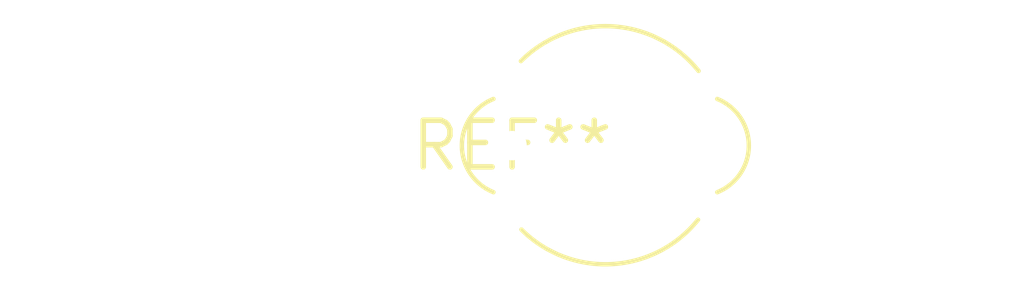
<source format=kicad_pcb>
(kicad_pcb (version 20240108) (generator pcbnew)
  (layers (0 "F.Cu" signal) (31 "B.Cu" signal) (34 "B.Paste" user) (35 "F.Paste" user) (36 "B.SilkS" user "B.Silkscreen") (37 "F.SilkS" user "F.Silkscreen") (38 "B.Mask" user) (39 "F.Mask" user) (44 "Edge.Cuts" user))
  (net 0 "")
  (footprint "LairdTech_28C0236-0JW-10" (layer "F.Cu") (at 0 0)
    (property "Reference" "REF**")
    (property "Value" "LairdTech_28C0236-0JW-10")
    (fp_arc (start -0.508 1.27) (mid -1.367832 0) (end -0.508 -1.27) (layer "F.SilkS") (stroke (width 0.12)))
    (fp_arc (start 0.239932 -2.300068) (mid 2.71988 -3.24781) (end 5.08 -2.032) (layer "F.SilkS") (stroke (width 0.12)))
    (fp_arc (start 5.064465 2.019572) (mid 2.71878 3.227946) (end 0.254 2.286) (layer "F.SilkS") (stroke (width 0.12)))
    (fp_arc (start 5.588 -1.27) (mid 6.447832 0) (end 5.588 1.27) (layer "F.SilkS") (stroke (width 0.12)))
    (pad "1" thru_hole circle (at 0 0) (size 2 2) (drill 0.8) (layers *.Cu *.Mask) (remove_unused_layers))
    (pad "2" thru_hole circle (at 5.08 0) (size 2 2) (drill 0.8) (layers *.Cu *.Mask) (remove_unused_layers))
  )
)
</source>
